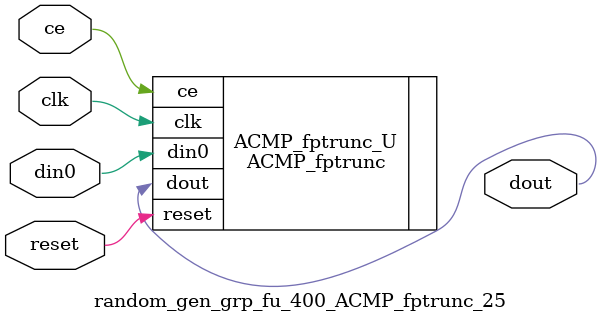
<source format=v>

`timescale 1 ns / 1 ps
module random_gen_grp_fu_400_ACMP_fptrunc_25(
    clk,
    reset,
    ce,
    din0,
    dout);

parameter ID = 32'd1;
parameter NUM_STAGE = 32'd1;
parameter din0_WIDTH = 32'd1;
parameter dout_WIDTH = 32'd1;
input clk;
input reset;
input ce;
input[din0_WIDTH - 1:0] din0;
output[dout_WIDTH - 1:0] dout;



ACMP_fptrunc #(
.ID( ID ),
.NUM_STAGE( 2 ),
.din0_WIDTH( din0_WIDTH ),
.dout_WIDTH( dout_WIDTH ))
ACMP_fptrunc_U(
    .clk( clk ),
    .reset( reset ),
    .ce( ce ),
    .din0( din0 ),
    .dout( dout ));

endmodule

</source>
